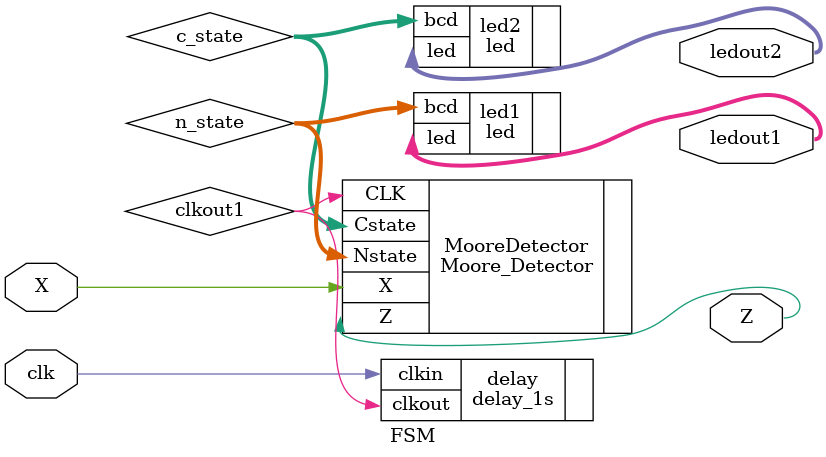
<source format=v>
module FSM(input wire clk, input wire X, output wire Z, output wire [6:0] ledout1, output wire [6:0] ledout2);
	wire clkout1;
	wire [2:0] n_state;
	wire [2:0] c_state;
	delay_1s delay(.clkin(clk),.clkout(clkout1));
	Moore_Detector MooreDetector (.X(X), .Z(Z), .CLK(clkout1), .Nstate(n_state), .Cstate(c_state));
	//Mealy_Detector MooreDetector (.X(X), .Z(Z), .CLK(clkout1), .Nstate(n_state), .Cstate(c_state));
	led led1(.bcd(n_state), .led(ledout1));
	led led2(.bcd(c_state), .led(ledout2));
endmodule
</source>
